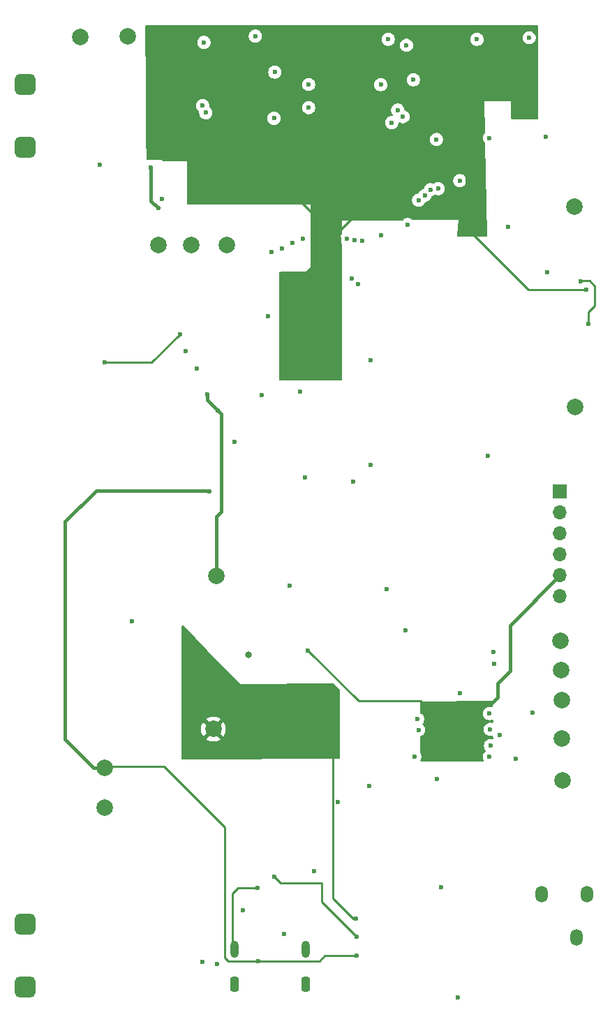
<source format=gbr>
%TF.GenerationSoftware,KiCad,Pcbnew,9.0.0*%
%TF.CreationDate,2025-07-21T23:18:41-04:00*%
%TF.ProjectId,Radiation3,52616469-6174-4696-9f6e-332e6b696361,rev?*%
%TF.SameCoordinates,Original*%
%TF.FileFunction,Copper,L3,Inr*%
%TF.FilePolarity,Positive*%
%FSLAX46Y46*%
G04 Gerber Fmt 4.6, Leading zero omitted, Abs format (unit mm)*
G04 Created by KiCad (PCBNEW 9.0.0) date 2025-07-21 23:18:41*
%MOMM*%
%LPD*%
G01*
G04 APERTURE LIST*
G04 Aperture macros list*
%AMRoundRect*
0 Rectangle with rounded corners*
0 $1 Rounding radius*
0 $2 $3 $4 $5 $6 $7 $8 $9 X,Y pos of 4 corners*
0 Add a 4 corners polygon primitive as box body*
4,1,4,$2,$3,$4,$5,$6,$7,$8,$9,$2,$3,0*
0 Add four circle primitives for the rounded corners*
1,1,$1+$1,$2,$3*
1,1,$1+$1,$4,$5*
1,1,$1+$1,$6,$7*
1,1,$1+$1,$8,$9*
0 Add four rect primitives between the rounded corners*
20,1,$1+$1,$2,$3,$4,$5,0*
20,1,$1+$1,$4,$5,$6,$7,0*
20,1,$1+$1,$6,$7,$8,$9,0*
20,1,$1+$1,$8,$9,$2,$3,0*%
G04 Aperture macros list end*
%TA.AperFunction,ComponentPad*%
%ADD10C,2.000000*%
%TD*%
%TA.AperFunction,ComponentPad*%
%ADD11RoundRect,0.635000X-0.635000X-0.635000X0.635000X-0.635000X0.635000X0.635000X-0.635000X0.635000X0*%
%TD*%
%TA.AperFunction,ComponentPad*%
%ADD12RoundRect,0.635000X0.635000X0.635000X-0.635000X0.635000X-0.635000X-0.635000X0.635000X-0.635000X0*%
%TD*%
%TA.AperFunction,ComponentPad*%
%ADD13O,1.498600X2.006600*%
%TD*%
%TA.AperFunction,ComponentPad*%
%ADD14O,1.000000X2.100000*%
%TD*%
%TA.AperFunction,ComponentPad*%
%ADD15RoundRect,0.250000X-0.250000X-0.650000X0.250000X-0.650000X0.250000X0.650000X-0.250000X0.650000X0*%
%TD*%
%TA.AperFunction,ComponentPad*%
%ADD16R,1.700000X1.700000*%
%TD*%
%TA.AperFunction,ComponentPad*%
%ADD17O,1.700000X1.700000*%
%TD*%
%TA.AperFunction,ViaPad*%
%ADD18C,0.600000*%
%TD*%
%TA.AperFunction,ViaPad*%
%ADD19C,0.800000*%
%TD*%
%TA.AperFunction,ViaPad*%
%ADD20C,0.700000*%
%TD*%
%TA.AperFunction,Conductor*%
%ADD21C,0.254000*%
%TD*%
%TA.AperFunction,Conductor*%
%ADD22C,0.400000*%
%TD*%
%TA.AperFunction,Conductor*%
%ADD23C,0.600000*%
%TD*%
G04 APERTURE END LIST*
D10*
%TO.N,/Audio3/OUTL*%
%TO.C,OUTL1*%
X105925000Y-159450000D03*
%TD*%
%TO.N,GND*%
%TO.C,GND1*%
X50400000Y-162675000D03*
%TD*%
%TO.N,+5V*%
%TO.C,5V1*%
X63550000Y-153175000D03*
%TD*%
D11*
%TO.N,/Power3/ANODE*%
%TO.C,F1*%
X40700000Y-184477500D03*
X40700000Y-176857500D03*
D12*
%TO.N,/Power3/CATHODE*%
X40695000Y-82582500D03*
X40695000Y-74962500D03*
%TD*%
D10*
%TO.N,/I2S_LRCK*%
%TO.C,LRCK1*%
X105700000Y-146075000D03*
%TD*%
%TO.N,Net-(Q1-D)*%
%TO.C,DRAIN1*%
X65150000Y-94500000D03*
%TD*%
D13*
%TO.N,AGND*%
%TO.C,J2*%
X107600000Y-178490435D03*
%TO.N,/Audio3/OUTL*%
X103349818Y-173190433D03*
%TO.N,/Audio3/OUTR*%
X108849817Y-173190433D03*
%TD*%
D10*
%TO.N,VBUS*%
%TO.C,VBUS1*%
X50400000Y-157850000D03*
%TD*%
%TO.N,/Audio3/OUTR*%
%TO.C,OUTR1*%
X105825000Y-154350000D03*
%TD*%
%TO.N,/Power3/CATHODE*%
%TO.C,HIV-1*%
X47425000Y-69250000D03*
%TD*%
%TO.N,/I2S_DOUT*%
%TO.C,DOUT1*%
X105650000Y-142500000D03*
%TD*%
%TO.N,GND*%
%TO.C,GND3*%
X107450000Y-114125000D03*
%TD*%
%TO.N,/I2S_BCK*%
%TO.C,BCK1*%
X105800000Y-149675000D03*
%TD*%
%TO.N,Net-(D1-A)*%
%TO.C,STG1*%
X60900000Y-94500000D03*
%TD*%
%TO.N,+3.3V*%
%TO.C,+3.3V1*%
X63900000Y-134625000D03*
%TD*%
D14*
%TO.N,/MCU3/SHELL_GND*%
%TO.C,J1*%
X66080000Y-179920000D03*
X74720000Y-179920000D03*
D15*
X66080000Y-184100000D03*
X74720000Y-184100000D03*
%TD*%
D10*
%TO.N,Net-(Q1-G)*%
%TO.C,PWM1*%
X53175000Y-69150000D03*
%TD*%
%TO.N,GND*%
%TO.C,GND2*%
X107300000Y-89800000D03*
%TD*%
D16*
%TO.N,/CS*%
%TO.C,J4*%
X105600000Y-124380000D03*
D17*
%TO.N,/MOSI*%
X105600000Y-126920000D03*
%TO.N,/MISO*%
X105600000Y-129460000D03*
%TO.N,/SCK*%
X105600000Y-132000000D03*
%TO.N,+3.3V*%
X105600000Y-134540000D03*
%TO.N,GND*%
X105600000Y-137080000D03*
%TD*%
D10*
%TO.N,Net-(D1-K)*%
%TO.C,HIV+1*%
X56900000Y-94500000D03*
%TD*%
D18*
%TO.N,GND*%
X62187500Y-181387500D03*
D19*
X67800000Y-144175000D03*
D18*
X74650000Y-122675000D03*
X93200000Y-185700000D03*
X91200000Y-172325000D03*
X101850000Y-69325000D03*
X84525000Y-136250000D03*
X75100000Y-77800000D03*
X61575000Y-109450000D03*
X49775000Y-84750000D03*
X72773100Y-135776900D03*
X70900000Y-79100000D03*
X75100000Y-75000000D03*
X103850000Y-81350000D03*
X75800000Y-170450000D03*
X84750000Y-69525000D03*
X69375000Y-112700000D03*
X62400000Y-69900000D03*
X97050000Y-81475000D03*
X57325000Y-88875000D03*
X67087500Y-175150000D03*
X71000000Y-73500000D03*
X80650000Y-93850000D03*
X104075000Y-97750000D03*
X99262500Y-92287500D03*
X70200000Y-103100000D03*
X95525000Y-69525000D03*
X66150000Y-118325000D03*
%TO.N,+5V*%
X80875000Y-176200000D03*
X74800000Y-150900000D03*
X61725000Y-145475000D03*
X76362500Y-149337500D03*
%TO.N,Net-(Q1-D)*%
X53700000Y-140075000D03*
%TO.N,/MCU3/SHELL_GND*%
X68912500Y-172462500D03*
%TO.N,/Audio3/OUTL*%
X93425000Y-148825000D03*
%TO.N,Net-(Q1-G)*%
X87800000Y-74425000D03*
%TO.N,/MOSI*%
X71895000Y-94900000D03*
%TO.N,/I2S_LRCK*%
X98250000Y-153900000D03*
%TO.N,/I2S_DOUT*%
X100225000Y-156825000D03*
%TO.N,/I2S_BCK*%
X97162500Y-155212500D03*
%TO.N,/MUTE*%
X80300000Y-98525000D03*
X97550000Y-143800000D03*
%TO.N,Net-(C3-Pad2)*%
X50350000Y-108700000D03*
X59475000Y-105275000D03*
%TO.N,/MISO*%
X74435000Y-93675000D03*
%TO.N,/CS*%
X78675000Y-162075000D03*
X70625000Y-95300000D03*
X96825000Y-120000000D03*
X82450000Y-160075000D03*
%TO.N,/EN*%
X86975000Y-70250000D03*
X68637500Y-69137500D03*
%TO.N,/GPIO40*%
X89875000Y-87750000D03*
X85900000Y-78100000D03*
%TO.N,/GPIO38*%
X85175000Y-79625000D03*
X88450000Y-89025000D03*
%TO.N,/GPIO39*%
X89200000Y-88450000D03*
X86550000Y-78900000D03*
%TO.N,/GPIO42*%
X83850000Y-75030000D03*
X83850000Y-93250000D03*
%TO.N,/GPIO16*%
X82625000Y-108425000D03*
X62625000Y-78425000D03*
X81125000Y-99250000D03*
X79700000Y-93725000D03*
%TO.N,/SCK*%
X109025000Y-104050000D03*
X73165000Y-94200000D03*
X108085000Y-98840000D03*
%TO.N,Net-(U5-VNEG)*%
X88425000Y-153275000D03*
X90675000Y-159200000D03*
%TO.N,Net-(J1-CC2)*%
X64000000Y-181675000D03*
X72150000Y-178075000D03*
%TO.N,+3.3V*%
X56800000Y-83500000D03*
X70975000Y-171075000D03*
X94300000Y-92300000D03*
X62700000Y-71000000D03*
X101400000Y-78550000D03*
X64075000Y-114550000D03*
X92625000Y-155225000D03*
X80925000Y-178400000D03*
X95300000Y-76675000D03*
X97100000Y-150250000D03*
X62800000Y-112625000D03*
D20*
X73300000Y-99475000D03*
D18*
X89000000Y-150125000D03*
X108775000Y-99925000D03*
D20*
X78700000Y-93675000D03*
D18*
X75025000Y-143675000D03*
%TO.N,/GPIO0*%
X93425000Y-86650000D03*
X87125000Y-92000000D03*
%TO.N,VBUS*%
X63066400Y-124333600D03*
X80900000Y-180700000D03*
X55950000Y-85050000D03*
X56850000Y-90025000D03*
X69000000Y-181300000D03*
%TO.N,AGND*%
X97125000Y-153225000D03*
X87975000Y-156525000D03*
X97050000Y-151300000D03*
X97637500Y-145237500D03*
X88325000Y-151975000D03*
X86875000Y-141175000D03*
X97025000Y-156525000D03*
X102250000Y-151225000D03*
%TO.N,/BLINK*%
X80525000Y-123175000D03*
X90800000Y-87625000D03*
X90600000Y-81675000D03*
X82600000Y-121175000D03*
%TO.N,/RAD_IN*%
X60175000Y-107300000D03*
X74100000Y-112225000D03*
%TO.N,/RAD_IN2*%
X62250000Y-77575000D03*
X81600000Y-93975000D03*
%TD*%
D21*
%TO.N,+5V*%
X78025000Y-173725000D02*
X80500000Y-176200000D01*
X78025000Y-154125000D02*
X78025000Y-173725000D01*
X80500000Y-176200000D02*
X80875000Y-176200000D01*
X74800000Y-150900000D02*
X78025000Y-154125000D01*
%TO.N,/MCU3/SHELL_GND*%
X65825000Y-173137500D02*
X66500000Y-172462500D01*
X66500000Y-172462500D02*
X68912500Y-172462500D01*
X65825000Y-179665000D02*
X65825000Y-173137500D01*
X66080000Y-179920000D02*
X65825000Y-179665000D01*
%TO.N,Net-(C3-Pad2)*%
X50350000Y-108700000D02*
X56050000Y-108700000D01*
X56050000Y-108700000D02*
X59475000Y-105275000D01*
%TO.N,/SCK*%
X109025000Y-102600000D02*
X109025000Y-104050000D01*
X108100000Y-98825000D02*
X109175000Y-98825000D01*
X109825000Y-99475000D02*
X109825000Y-101800000D01*
X109175000Y-98825000D02*
X109825000Y-99475000D01*
X109825000Y-101800000D02*
X109025000Y-102600000D01*
X108085000Y-98840000D02*
X108100000Y-98825000D01*
D22*
%TO.N,+3.3V*%
X63900000Y-127400000D02*
X64475000Y-126825000D01*
X63900000Y-134625000D02*
X63900000Y-127400000D01*
D21*
X76675000Y-171825000D02*
X71725000Y-171825000D01*
D22*
X99550000Y-146100000D02*
X98025000Y-147625000D01*
D21*
X94300000Y-92450000D02*
X101775000Y-99925000D01*
X73375000Y-88425000D02*
X64875000Y-88425000D01*
X94300000Y-92100000D02*
X94225000Y-92025000D01*
X76675000Y-174150000D02*
X76675000Y-171825000D01*
X57450000Y-84150000D02*
X56800000Y-83500000D01*
X78625000Y-93675000D02*
X73375000Y-88425000D01*
X95300000Y-76675000D02*
X99525000Y-76675000D01*
X71725000Y-171825000D02*
X70975000Y-171075000D01*
X94225000Y-90900000D02*
X94225000Y-77750000D01*
D22*
X98025000Y-147625000D02*
X98025000Y-149325000D01*
D21*
X64875000Y-88425000D02*
X60600000Y-84150000D01*
X60900000Y-72800000D02*
X60900000Y-77800000D01*
X62700000Y-71000000D02*
X60900000Y-72800000D01*
X78700000Y-92875000D02*
X80675000Y-90900000D01*
X99525000Y-76675000D02*
X101400000Y-78550000D01*
D22*
X62800000Y-113250000D02*
X64075000Y-114525000D01*
X98025000Y-149325000D02*
X97100000Y-150250000D01*
D21*
X94225000Y-77750000D02*
X95300000Y-76675000D01*
X78700000Y-93675000D02*
X78625000Y-93675000D01*
X88675000Y-149800000D02*
X81150000Y-149800000D01*
X94300000Y-92300000D02*
X94300000Y-92450000D01*
D23*
X78700000Y-93675000D02*
X78700000Y-94075000D01*
D21*
X81150000Y-149800000D02*
X75025000Y-143675000D01*
X60600000Y-84150000D02*
X57450000Y-84150000D01*
X80925000Y-178400000D02*
X76675000Y-174150000D01*
D22*
X64075000Y-114525000D02*
X64075000Y-114550000D01*
D21*
X80675000Y-90900000D02*
X94225000Y-90900000D01*
X101775000Y-99925000D02*
X108775000Y-99925000D01*
X78700000Y-93675000D02*
X78700000Y-92875000D01*
D22*
X105600000Y-134540000D02*
X99550000Y-140590000D01*
D21*
X56800000Y-81900000D02*
X56800000Y-83500000D01*
D22*
X64475000Y-126825000D02*
X64475000Y-114950000D01*
D21*
X60900000Y-77800000D02*
X56800000Y-81900000D01*
D22*
X62800000Y-112625000D02*
X62800000Y-113250000D01*
D23*
X78700000Y-94075000D02*
X73300000Y-99475000D01*
D22*
X99550000Y-140590000D02*
X99550000Y-146100000D01*
X64475000Y-114950000D02*
X64075000Y-114550000D01*
D21*
X94300000Y-92300000D02*
X94300000Y-92100000D01*
X94225000Y-92025000D02*
X94225000Y-90900000D01*
X89000000Y-150125000D02*
X88675000Y-149800000D01*
%TO.N,VBUS*%
X69000000Y-181300000D02*
X65325000Y-181300000D01*
D22*
X63007800Y-124275000D02*
X63066400Y-124333600D01*
D21*
X77025000Y-180700000D02*
X80900000Y-180700000D01*
D22*
X49025000Y-157850000D02*
X45575000Y-154400000D01*
X55950000Y-89125000D02*
X56850000Y-90025000D01*
D21*
X69000000Y-181300000D02*
X76425000Y-181300000D01*
D22*
X50400000Y-157850000D02*
X49025000Y-157850000D01*
D21*
X76425000Y-181300000D02*
X77025000Y-180700000D01*
X64925000Y-165075000D02*
X57550000Y-157700000D01*
D22*
X55950000Y-85050000D02*
X55950000Y-89125000D01*
X49325000Y-124275000D02*
X63007800Y-124275000D01*
D21*
X50550000Y-157700000D02*
X50400000Y-157850000D01*
D22*
X45575000Y-154400000D02*
X45575000Y-128025000D01*
D21*
X64925000Y-180900000D02*
X64925000Y-165075000D01*
X57550000Y-157700000D02*
X50550000Y-157700000D01*
D22*
X45575000Y-128025000D02*
X49325000Y-124275000D01*
D21*
X65325000Y-181300000D02*
X64925000Y-180900000D01*
%TD*%
%TA.AperFunction,Conductor*%
%TO.N,+5V*%
G36*
X59880473Y-140636949D02*
G01*
X59888285Y-140644315D01*
X62811125Y-143649778D01*
X66750000Y-147700000D01*
X78063956Y-147653248D01*
X78131073Y-147672654D01*
X78152146Y-147689565D01*
X78819323Y-148356742D01*
X78852808Y-148418065D01*
X78855639Y-148443542D01*
X78914147Y-156675353D01*
X78894939Y-156742530D01*
X78842462Y-156788659D01*
X78790638Y-156800233D01*
X59820346Y-156874824D01*
X59753229Y-156855403D01*
X59707267Y-156802780D01*
X59695858Y-156750983D01*
X59695847Y-156742530D01*
X59691138Y-153056947D01*
X62050000Y-153056947D01*
X62050000Y-153293052D01*
X62086934Y-153526247D01*
X62159897Y-153750802D01*
X62267087Y-153961174D01*
X62327338Y-154044104D01*
X62327340Y-154044105D01*
X63067037Y-153304408D01*
X63084075Y-153367993D01*
X63149901Y-153482007D01*
X63242993Y-153575099D01*
X63357007Y-153640925D01*
X63420590Y-153657962D01*
X62680893Y-154397658D01*
X62763828Y-154457914D01*
X62974197Y-154565102D01*
X63198752Y-154638065D01*
X63198751Y-154638065D01*
X63431948Y-154675000D01*
X63668052Y-154675000D01*
X63901247Y-154638065D01*
X64125802Y-154565102D01*
X64336163Y-154457918D01*
X64336169Y-154457914D01*
X64419104Y-154397658D01*
X64419105Y-154397658D01*
X63679408Y-153657962D01*
X63742993Y-153640925D01*
X63857007Y-153575099D01*
X63950099Y-153482007D01*
X64015925Y-153367993D01*
X64032962Y-153304409D01*
X64772658Y-154044105D01*
X64772658Y-154044104D01*
X64832914Y-153961169D01*
X64832918Y-153961163D01*
X64940102Y-153750802D01*
X65013065Y-153526247D01*
X65050000Y-153293052D01*
X65050000Y-153056947D01*
X65013065Y-152823752D01*
X64940102Y-152599197D01*
X64832914Y-152388828D01*
X64772658Y-152305894D01*
X64772658Y-152305893D01*
X64032962Y-153045590D01*
X64015925Y-152982007D01*
X63950099Y-152867993D01*
X63857007Y-152774901D01*
X63742993Y-152709075D01*
X63679409Y-152692037D01*
X64419105Y-151952340D01*
X64419104Y-151952338D01*
X64336174Y-151892087D01*
X64125802Y-151784897D01*
X63901247Y-151711934D01*
X63901248Y-151711934D01*
X63668052Y-151675000D01*
X63431948Y-151675000D01*
X63198752Y-151711934D01*
X62974197Y-151784897D01*
X62763830Y-151892084D01*
X62680894Y-151952340D01*
X63420591Y-152692037D01*
X63357007Y-152709075D01*
X63242993Y-152774901D01*
X63149901Y-152867993D01*
X63084075Y-152982007D01*
X63067037Y-153045591D01*
X62327340Y-152305894D01*
X62267084Y-152388830D01*
X62159897Y-152599197D01*
X62086934Y-152823752D01*
X62050000Y-153056947D01*
X59691138Y-153056947D01*
X59675390Y-140730921D01*
X59694989Y-140663860D01*
X59747734Y-140618038D01*
X59816880Y-140608006D01*
X59880473Y-140636949D01*
G37*
%TD.AperFunction*%
%TD*%
%TA.AperFunction,Conductor*%
%TO.N,+3.3V*%
G36*
X102868039Y-67820185D02*
G01*
X102913794Y-67872989D01*
X102925000Y-67924500D01*
X102925000Y-79077893D01*
X102905315Y-79144932D01*
X102852511Y-79190687D01*
X102802907Y-79201878D01*
X99798205Y-79248104D01*
X99730871Y-79229453D01*
X99684309Y-79177359D01*
X99672327Y-79126808D01*
X99672064Y-79114707D01*
X99627273Y-77050000D01*
X96385737Y-77050000D01*
X96476360Y-80862217D01*
X96458274Y-80929705D01*
X96440079Y-80952843D01*
X96428208Y-80964714D01*
X96340609Y-81095814D01*
X96340602Y-81095827D01*
X96280264Y-81241498D01*
X96280261Y-81241510D01*
X96249500Y-81396153D01*
X96249500Y-81553846D01*
X96280261Y-81708489D01*
X96280264Y-81708501D01*
X96340602Y-81854172D01*
X96340609Y-81854185D01*
X96428210Y-81985288D01*
X96428213Y-81985292D01*
X96469775Y-82026854D01*
X96503260Y-82088177D01*
X96506059Y-82111588D01*
X96772002Y-93298919D01*
X96753916Y-93366407D01*
X96702214Y-93413404D01*
X96648886Y-93425863D01*
X93261107Y-93449067D01*
X93193935Y-93429842D01*
X93147819Y-93377353D01*
X93136718Y-93314397D01*
X93300000Y-91425000D01*
X93299998Y-91425000D01*
X93299999Y-91424999D01*
X87771698Y-91462416D01*
X87704527Y-91443186D01*
X87683177Y-91426099D01*
X87635292Y-91378213D01*
X87635288Y-91378210D01*
X87504185Y-91290609D01*
X87504172Y-91290602D01*
X87358501Y-91230264D01*
X87358489Y-91230261D01*
X87203845Y-91199500D01*
X87203842Y-91199500D01*
X87046158Y-91199500D01*
X87046155Y-91199500D01*
X86891510Y-91230261D01*
X86891498Y-91230264D01*
X86745827Y-91290602D01*
X86745814Y-91290609D01*
X86614714Y-91378208D01*
X86558017Y-91434904D01*
X86496693Y-91468388D01*
X86471176Y-91471218D01*
X79175000Y-91520601D01*
X79175000Y-93066559D01*
X79155315Y-93133598D01*
X79138681Y-93154240D01*
X79078213Y-93214707D01*
X79078210Y-93214711D01*
X78990609Y-93345814D01*
X78990602Y-93345827D01*
X78930264Y-93491498D01*
X78930261Y-93491510D01*
X78899500Y-93646153D01*
X78899500Y-93803846D01*
X78930261Y-93958489D01*
X78930264Y-93958501D01*
X78990602Y-94104172D01*
X78990609Y-94104185D01*
X79078209Y-94235287D01*
X79078210Y-94235288D01*
X79078211Y-94235289D01*
X79138682Y-94295760D01*
X79172166Y-94357081D01*
X79175000Y-94383440D01*
X79175000Y-110776000D01*
X79155315Y-110843039D01*
X79102511Y-110888794D01*
X79051000Y-110900000D01*
X71674000Y-110900000D01*
X71606961Y-110880315D01*
X71561206Y-110827511D01*
X71550000Y-110776000D01*
X71550000Y-97849000D01*
X71569685Y-97781961D01*
X71622489Y-97736206D01*
X71674000Y-97725000D01*
X75300000Y-97725000D01*
X75300000Y-89575000D01*
X60498435Y-89575000D01*
X60431396Y-89555315D01*
X60385641Y-89502511D01*
X60374436Y-89451566D01*
X60373604Y-89269425D01*
X60372128Y-88946153D01*
X87649500Y-88946153D01*
X87649500Y-89103846D01*
X87680261Y-89258489D01*
X87680264Y-89258501D01*
X87740602Y-89404172D01*
X87740609Y-89404185D01*
X87828210Y-89535288D01*
X87828213Y-89535292D01*
X87939707Y-89646786D01*
X87939711Y-89646789D01*
X88070814Y-89734390D01*
X88070827Y-89734397D01*
X88208695Y-89791503D01*
X88216503Y-89794737D01*
X88371153Y-89825499D01*
X88371156Y-89825500D01*
X88371158Y-89825500D01*
X88528844Y-89825500D01*
X88528845Y-89825499D01*
X88683497Y-89794737D01*
X88829179Y-89734394D01*
X88960289Y-89646789D01*
X89071789Y-89535289D01*
X89159394Y-89404179D01*
X89159397Y-89404172D01*
X89192676Y-89323829D01*
X89236516Y-89269425D01*
X89283046Y-89249664D01*
X89325601Y-89241198D01*
X89433497Y-89219737D01*
X89579179Y-89159394D01*
X89710289Y-89071789D01*
X89821789Y-88960289D01*
X89909394Y-88829179D01*
X89969737Y-88683497D01*
X89981772Y-88622989D01*
X90014156Y-88561081D01*
X90074871Y-88526506D01*
X90079173Y-88525569D01*
X90108497Y-88519737D01*
X90254179Y-88459394D01*
X90378327Y-88376440D01*
X90445003Y-88355563D01*
X90494665Y-88364981D01*
X90566503Y-88394737D01*
X90721153Y-88425499D01*
X90721156Y-88425500D01*
X90721158Y-88425500D01*
X90878844Y-88425500D01*
X90878845Y-88425499D01*
X91033497Y-88394737D01*
X91179179Y-88334394D01*
X91310289Y-88246789D01*
X91421789Y-88135289D01*
X91509394Y-88004179D01*
X91569737Y-87858497D01*
X91600500Y-87703842D01*
X91600500Y-87546158D01*
X91600500Y-87546155D01*
X91600499Y-87546153D01*
X91575353Y-87419737D01*
X91569737Y-87391503D01*
X91561170Y-87370821D01*
X91509397Y-87245827D01*
X91509390Y-87245814D01*
X91421789Y-87114711D01*
X91421786Y-87114707D01*
X91310292Y-87003213D01*
X91310288Y-87003210D01*
X91179185Y-86915609D01*
X91179172Y-86915602D01*
X91033501Y-86855264D01*
X91033489Y-86855261D01*
X90878845Y-86824500D01*
X90878842Y-86824500D01*
X90721158Y-86824500D01*
X90721155Y-86824500D01*
X90566510Y-86855261D01*
X90566498Y-86855264D01*
X90420827Y-86915602D01*
X90420814Y-86915609D01*
X90296674Y-86998558D01*
X90229996Y-87019436D01*
X90180331Y-87010017D01*
X90108498Y-86980263D01*
X90108488Y-86980260D01*
X89953845Y-86949500D01*
X89953842Y-86949500D01*
X89796158Y-86949500D01*
X89796155Y-86949500D01*
X89641510Y-86980261D01*
X89641498Y-86980264D01*
X89495827Y-87040602D01*
X89495814Y-87040609D01*
X89364711Y-87128210D01*
X89364707Y-87128213D01*
X89253213Y-87239707D01*
X89253210Y-87239711D01*
X89165609Y-87370814D01*
X89165602Y-87370827D01*
X89105264Y-87516498D01*
X89105261Y-87516508D01*
X89093227Y-87577009D01*
X89060842Y-87638920D01*
X89000126Y-87673494D01*
X88995804Y-87674434D01*
X88966505Y-87680262D01*
X88966498Y-87680264D01*
X88820827Y-87740602D01*
X88820814Y-87740609D01*
X88689711Y-87828210D01*
X88689707Y-87828213D01*
X88578213Y-87939707D01*
X88578210Y-87939711D01*
X88490609Y-88070814D01*
X88490606Y-88070820D01*
X88457323Y-88151172D01*
X88413481Y-88205575D01*
X88366954Y-88225335D01*
X88216508Y-88255261D01*
X88216498Y-88255264D01*
X88070827Y-88315602D01*
X88070814Y-88315609D01*
X87939711Y-88403210D01*
X87939707Y-88403213D01*
X87828213Y-88514707D01*
X87828210Y-88514711D01*
X87740609Y-88645814D01*
X87740602Y-88645827D01*
X87680264Y-88791498D01*
X87680261Y-88791510D01*
X87649500Y-88946153D01*
X60372128Y-88946153D01*
X60361284Y-86571153D01*
X92624500Y-86571153D01*
X92624500Y-86728846D01*
X92655261Y-86883489D01*
X92655264Y-86883501D01*
X92715602Y-87029172D01*
X92715609Y-87029185D01*
X92803210Y-87160288D01*
X92803213Y-87160292D01*
X92914707Y-87271786D01*
X92914711Y-87271789D01*
X93045814Y-87359390D01*
X93045827Y-87359397D01*
X93123356Y-87391510D01*
X93191503Y-87419737D01*
X93346153Y-87450499D01*
X93346156Y-87450500D01*
X93346158Y-87450500D01*
X93503844Y-87450500D01*
X93503845Y-87450499D01*
X93658497Y-87419737D01*
X93776592Y-87370821D01*
X93804172Y-87359397D01*
X93804172Y-87359396D01*
X93804179Y-87359394D01*
X93935289Y-87271789D01*
X94046789Y-87160289D01*
X94134394Y-87029179D01*
X94194737Y-86883497D01*
X94225500Y-86728842D01*
X94225500Y-86571158D01*
X94225500Y-86571155D01*
X94225499Y-86571153D01*
X94194738Y-86416510D01*
X94194737Y-86416503D01*
X94194735Y-86416498D01*
X94134397Y-86270827D01*
X94134390Y-86270814D01*
X94046789Y-86139711D01*
X94046786Y-86139707D01*
X93935292Y-86028213D01*
X93935288Y-86028210D01*
X93804185Y-85940609D01*
X93804172Y-85940602D01*
X93658501Y-85880264D01*
X93658489Y-85880261D01*
X93503845Y-85849500D01*
X93503842Y-85849500D01*
X93346158Y-85849500D01*
X93346155Y-85849500D01*
X93191510Y-85880261D01*
X93191498Y-85880264D01*
X93045827Y-85940602D01*
X93045814Y-85940609D01*
X92914711Y-86028210D01*
X92914707Y-86028213D01*
X92803213Y-86139707D01*
X92803210Y-86139711D01*
X92715609Y-86270814D01*
X92715602Y-86270827D01*
X92655264Y-86416498D01*
X92655261Y-86416510D01*
X92624500Y-86571153D01*
X60361284Y-86571153D01*
X60350000Y-84100000D01*
X60349999Y-84100000D01*
X60349999Y-84099999D01*
X55523691Y-84124375D01*
X55456553Y-84105030D01*
X55410532Y-84052457D01*
X55399070Y-84001313D01*
X55380986Y-81596153D01*
X89799500Y-81596153D01*
X89799500Y-81753846D01*
X89830261Y-81908489D01*
X89830264Y-81908501D01*
X89890602Y-82054172D01*
X89890609Y-82054185D01*
X89978210Y-82185288D01*
X89978213Y-82185292D01*
X90089707Y-82296786D01*
X90089711Y-82296789D01*
X90220814Y-82384390D01*
X90220827Y-82384397D01*
X90366498Y-82444735D01*
X90366503Y-82444737D01*
X90521153Y-82475499D01*
X90521156Y-82475500D01*
X90521158Y-82475500D01*
X90678844Y-82475500D01*
X90678845Y-82475499D01*
X90833497Y-82444737D01*
X90979179Y-82384394D01*
X91110289Y-82296789D01*
X91221789Y-82185289D01*
X91309394Y-82054179D01*
X91369737Y-81908497D01*
X91400500Y-81753842D01*
X91400500Y-81596158D01*
X91400500Y-81596155D01*
X91400499Y-81596153D01*
X91369737Y-81441503D01*
X91350953Y-81396153D01*
X91309397Y-81295827D01*
X91309390Y-81295814D01*
X91221789Y-81164711D01*
X91221786Y-81164707D01*
X91110292Y-81053213D01*
X91110288Y-81053210D01*
X90979185Y-80965609D01*
X90979172Y-80965602D01*
X90833501Y-80905264D01*
X90833489Y-80905261D01*
X90678845Y-80874500D01*
X90678842Y-80874500D01*
X90521158Y-80874500D01*
X90521155Y-80874500D01*
X90366510Y-80905261D01*
X90366498Y-80905264D01*
X90220827Y-80965602D01*
X90220814Y-80965609D01*
X90089711Y-81053210D01*
X90089707Y-81053213D01*
X89978213Y-81164707D01*
X89978210Y-81164711D01*
X89890609Y-81295814D01*
X89890602Y-81295827D01*
X89830264Y-81441498D01*
X89830261Y-81441510D01*
X89799500Y-81596153D01*
X55380986Y-81596153D01*
X55350159Y-77496153D01*
X61449500Y-77496153D01*
X61449500Y-77653846D01*
X61480261Y-77808489D01*
X61480264Y-77808501D01*
X61540602Y-77954172D01*
X61540609Y-77954185D01*
X61628210Y-78085288D01*
X61628213Y-78085292D01*
X61739707Y-78196786D01*
X61739711Y-78196789D01*
X61771887Y-78218289D01*
X61816692Y-78271902D01*
X61825399Y-78341227D01*
X61824617Y-78345563D01*
X61824501Y-78346146D01*
X61824500Y-78346157D01*
X61824500Y-78503846D01*
X61855261Y-78658489D01*
X61855264Y-78658501D01*
X61915602Y-78804172D01*
X61915609Y-78804185D01*
X62003210Y-78935288D01*
X62003213Y-78935292D01*
X62114707Y-79046786D01*
X62114711Y-79046789D01*
X62245814Y-79134390D01*
X62245827Y-79134397D01*
X62353138Y-79178846D01*
X62391503Y-79194737D01*
X62546153Y-79225499D01*
X62546156Y-79225500D01*
X62546158Y-79225500D01*
X62703844Y-79225500D01*
X62703845Y-79225499D01*
X62858497Y-79194737D01*
X63004179Y-79134394D01*
X63135289Y-79046789D01*
X63160925Y-79021153D01*
X70099500Y-79021153D01*
X70099500Y-79178846D01*
X70130261Y-79333489D01*
X70130264Y-79333501D01*
X70190602Y-79479172D01*
X70190609Y-79479185D01*
X70278210Y-79610288D01*
X70278213Y-79610292D01*
X70389707Y-79721786D01*
X70389711Y-79721789D01*
X70520814Y-79809390D01*
X70520827Y-79809397D01*
X70666498Y-79869735D01*
X70666503Y-79869737D01*
X70821153Y-79900499D01*
X70821156Y-79900500D01*
X70821158Y-79900500D01*
X70978844Y-79900500D01*
X70978845Y-79900499D01*
X71133497Y-79869737D01*
X71279179Y-79809394D01*
X71410289Y-79721789D01*
X71521789Y-79610289D01*
X71564643Y-79546153D01*
X84374500Y-79546153D01*
X84374500Y-79703846D01*
X84405261Y-79858489D01*
X84405264Y-79858501D01*
X84465602Y-80004172D01*
X84465609Y-80004185D01*
X84553210Y-80135288D01*
X84553213Y-80135292D01*
X84664707Y-80246786D01*
X84664711Y-80246789D01*
X84795814Y-80334390D01*
X84795827Y-80334397D01*
X84941498Y-80394735D01*
X84941503Y-80394737D01*
X85096153Y-80425499D01*
X85096156Y-80425500D01*
X85096158Y-80425500D01*
X85253844Y-80425500D01*
X85253845Y-80425499D01*
X85408497Y-80394737D01*
X85554179Y-80334394D01*
X85685289Y-80246789D01*
X85796789Y-80135289D01*
X85884394Y-80004179D01*
X85944737Y-79858497D01*
X85971931Y-79721786D01*
X85975500Y-79703844D01*
X85976010Y-79698666D01*
X86002168Y-79633877D01*
X86059201Y-79593516D01*
X86129001Y-79590397D01*
X86168302Y-79607712D01*
X86170811Y-79609388D01*
X86170815Y-79609390D01*
X86170821Y-79609394D01*
X86170823Y-79609395D01*
X86170827Y-79609397D01*
X86316498Y-79669735D01*
X86316503Y-79669737D01*
X86461938Y-79698666D01*
X86471153Y-79700499D01*
X86471156Y-79700500D01*
X86471158Y-79700500D01*
X86628844Y-79700500D01*
X86628845Y-79700499D01*
X86783497Y-79669737D01*
X86929179Y-79609394D01*
X87060289Y-79521789D01*
X87171789Y-79410289D01*
X87259394Y-79279179D01*
X87319737Y-79133497D01*
X87350500Y-78978842D01*
X87350500Y-78821158D01*
X87350500Y-78821155D01*
X87350499Y-78821153D01*
X87330543Y-78720827D01*
X87319737Y-78666503D01*
X87319735Y-78666498D01*
X87259397Y-78520827D01*
X87259390Y-78520814D01*
X87171789Y-78389711D01*
X87171786Y-78389707D01*
X87060292Y-78278213D01*
X87060288Y-78278210D01*
X86929185Y-78190609D01*
X86929172Y-78190602D01*
X86777870Y-78127932D01*
X86778858Y-78125545D01*
X86729826Y-78093374D01*
X86701403Y-78029547D01*
X86700898Y-78025206D01*
X86700500Y-78021167D01*
X86700500Y-78021158D01*
X86669737Y-77866503D01*
X86645712Y-77808501D01*
X86609397Y-77720827D01*
X86609390Y-77720814D01*
X86521789Y-77589711D01*
X86521786Y-77589707D01*
X86410292Y-77478213D01*
X86410288Y-77478210D01*
X86279185Y-77390609D01*
X86279172Y-77390602D01*
X86133501Y-77330264D01*
X86133489Y-77330261D01*
X85978845Y-77299500D01*
X85978842Y-77299500D01*
X85821158Y-77299500D01*
X85821155Y-77299500D01*
X85666510Y-77330261D01*
X85666498Y-77330264D01*
X85520827Y-77390602D01*
X85520814Y-77390609D01*
X85389711Y-77478210D01*
X85389707Y-77478213D01*
X85278213Y-77589707D01*
X85278210Y-77589711D01*
X85190609Y-77720814D01*
X85190602Y-77720827D01*
X85130264Y-77866498D01*
X85130261Y-77866510D01*
X85099500Y-78021153D01*
X85099500Y-78178846D01*
X85130261Y-78333489D01*
X85130264Y-78333501D01*
X85190602Y-78479172D01*
X85190609Y-78479185D01*
X85278210Y-78610288D01*
X85278213Y-78610292D01*
X85280740Y-78612819D01*
X85281640Y-78614468D01*
X85282076Y-78614999D01*
X85281975Y-78615081D01*
X85314225Y-78674142D01*
X85309241Y-78743834D01*
X85267369Y-78799767D01*
X85201905Y-78824184D01*
X85193059Y-78824500D01*
X85096155Y-78824500D01*
X84941510Y-78855261D01*
X84941498Y-78855264D01*
X84795827Y-78915602D01*
X84795814Y-78915609D01*
X84664711Y-79003210D01*
X84664707Y-79003213D01*
X84553213Y-79114707D01*
X84553210Y-79114711D01*
X84465609Y-79245814D01*
X84465602Y-79245827D01*
X84405264Y-79391498D01*
X84405261Y-79391510D01*
X84374500Y-79546153D01*
X71564643Y-79546153D01*
X71609394Y-79479179D01*
X71669737Y-79333497D01*
X71700500Y-79178842D01*
X71700500Y-79021158D01*
X71700500Y-79021155D01*
X71700499Y-79021153D01*
X71696930Y-79003210D01*
X71669737Y-78866503D01*
X71665081Y-78855263D01*
X71609397Y-78720827D01*
X71609390Y-78720814D01*
X71521789Y-78589711D01*
X71521786Y-78589707D01*
X71410292Y-78478213D01*
X71410288Y-78478210D01*
X71279185Y-78390609D01*
X71279172Y-78390602D01*
X71133501Y-78330264D01*
X71133489Y-78330261D01*
X70978845Y-78299500D01*
X70978842Y-78299500D01*
X70821158Y-78299500D01*
X70821155Y-78299500D01*
X70666510Y-78330261D01*
X70666498Y-78330264D01*
X70520827Y-78390602D01*
X70520814Y-78390609D01*
X70389711Y-78478210D01*
X70389707Y-78478213D01*
X70278213Y-78589707D01*
X70278210Y-78589711D01*
X70190609Y-78720814D01*
X70190602Y-78720827D01*
X70130264Y-78866498D01*
X70130261Y-78866510D01*
X70099500Y-79021153D01*
X63160925Y-79021153D01*
X63246789Y-78935289D01*
X63334394Y-78804179D01*
X63336222Y-78799767D01*
X63348067Y-78771166D01*
X63394737Y-78658497D01*
X63425500Y-78503842D01*
X63425500Y-78346158D01*
X63425500Y-78346157D01*
X63425500Y-78346155D01*
X63425499Y-78346153D01*
X63395788Y-78196789D01*
X63394737Y-78191503D01*
X63394367Y-78190609D01*
X63334397Y-78045827D01*
X63334390Y-78045814D01*
X63246789Y-77914711D01*
X63246786Y-77914707D01*
X63141860Y-77809781D01*
X63141856Y-77809778D01*
X63135289Y-77803211D01*
X63101273Y-77780482D01*
X63099425Y-77779148D01*
X63079331Y-77753255D01*
X63058307Y-77728097D01*
X63058016Y-77725787D01*
X63056590Y-77723949D01*
X63056341Y-77721153D01*
X74299500Y-77721153D01*
X74299500Y-77878846D01*
X74330261Y-78033489D01*
X74330264Y-78033501D01*
X74390602Y-78179172D01*
X74390609Y-78179185D01*
X74478210Y-78310288D01*
X74478213Y-78310292D01*
X74589707Y-78421786D01*
X74589711Y-78421789D01*
X74720814Y-78509390D01*
X74720827Y-78509397D01*
X74866498Y-78569735D01*
X74866503Y-78569737D01*
X75021153Y-78600499D01*
X75021156Y-78600500D01*
X75021158Y-78600500D01*
X75178844Y-78600500D01*
X75178845Y-78600499D01*
X75333497Y-78569737D01*
X75451592Y-78520821D01*
X75479172Y-78509397D01*
X75479172Y-78509396D01*
X75479179Y-78509394D01*
X75610289Y-78421789D01*
X75721789Y-78310289D01*
X75809394Y-78179179D01*
X75869737Y-78033497D01*
X75900500Y-77878842D01*
X75900500Y-77721158D01*
X75900500Y-77721155D01*
X75900499Y-77721153D01*
X75874353Y-77589711D01*
X75869737Y-77566503D01*
X75869735Y-77566498D01*
X75809397Y-77420827D01*
X75809390Y-77420814D01*
X75721789Y-77289711D01*
X75721786Y-77289707D01*
X75610292Y-77178213D01*
X75610288Y-77178210D01*
X75479185Y-77090609D01*
X75479172Y-77090602D01*
X75333501Y-77030264D01*
X75333489Y-77030261D01*
X75178845Y-76999500D01*
X75178842Y-76999500D01*
X75021158Y-76999500D01*
X75021155Y-76999500D01*
X74866510Y-77030261D01*
X74866498Y-77030264D01*
X74720827Y-77090602D01*
X74720814Y-77090609D01*
X74589711Y-77178210D01*
X74589707Y-77178213D01*
X74478213Y-77289707D01*
X74478210Y-77289711D01*
X74390609Y-77420814D01*
X74390602Y-77420827D01*
X74330264Y-77566498D01*
X74330261Y-77566510D01*
X74299500Y-77721153D01*
X63056341Y-77721153D01*
X63053684Y-77691291D01*
X63049600Y-77658771D01*
X63050387Y-77654411D01*
X63050500Y-77653843D01*
X63050500Y-77496155D01*
X63050499Y-77496153D01*
X63046930Y-77478210D01*
X63019737Y-77341503D01*
X63015081Y-77330263D01*
X62959397Y-77195827D01*
X62959390Y-77195814D01*
X62871789Y-77064711D01*
X62871786Y-77064707D01*
X62760292Y-76953213D01*
X62760288Y-76953210D01*
X62629185Y-76865609D01*
X62629172Y-76865602D01*
X62483501Y-76805264D01*
X62483489Y-76805261D01*
X62328845Y-76774500D01*
X62328842Y-76774500D01*
X62171158Y-76774500D01*
X62171155Y-76774500D01*
X62016510Y-76805261D01*
X62016498Y-76805264D01*
X61870827Y-76865602D01*
X61870814Y-76865609D01*
X61739711Y-76953210D01*
X61739707Y-76953213D01*
X61628213Y-77064707D01*
X61628210Y-77064711D01*
X61540609Y-77195814D01*
X61540602Y-77195827D01*
X61480264Y-77341498D01*
X61480261Y-77341510D01*
X61449500Y-77496153D01*
X55350159Y-77496153D01*
X55330798Y-74921153D01*
X74299500Y-74921153D01*
X74299500Y-75078846D01*
X74330261Y-75233489D01*
X74330264Y-75233501D01*
X74390602Y-75379172D01*
X74390609Y-75379185D01*
X74478210Y-75510288D01*
X74478213Y-75510292D01*
X74589707Y-75621786D01*
X74589711Y-75621789D01*
X74720814Y-75709390D01*
X74720827Y-75709397D01*
X74866498Y-75769735D01*
X74866503Y-75769737D01*
X75017312Y-75799735D01*
X75021153Y-75800499D01*
X75021156Y-75800500D01*
X75021158Y-75800500D01*
X75178844Y-75800500D01*
X75178845Y-75800499D01*
X75333497Y-75769737D01*
X75479179Y-75709394D01*
X75610289Y-75621789D01*
X75721789Y-75510289D01*
X75809394Y-75379179D01*
X75869737Y-75233497D01*
X75900500Y-75078842D01*
X75900500Y-74951153D01*
X83049500Y-74951153D01*
X83049500Y-75108846D01*
X83080261Y-75263489D01*
X83080264Y-75263501D01*
X83140602Y-75409172D01*
X83140609Y-75409185D01*
X83228210Y-75540288D01*
X83228213Y-75540292D01*
X83339707Y-75651786D01*
X83339711Y-75651789D01*
X83470814Y-75739390D01*
X83470827Y-75739397D01*
X83544078Y-75769738D01*
X83616503Y-75799737D01*
X83771153Y-75830499D01*
X83771156Y-75830500D01*
X83771158Y-75830500D01*
X83928844Y-75830500D01*
X83928845Y-75830499D01*
X84083497Y-75799737D01*
X84229179Y-75739394D01*
X84360289Y-75651789D01*
X84471789Y-75540289D01*
X84559394Y-75409179D01*
X84619737Y-75263497D01*
X84650500Y-75108842D01*
X84650500Y-74951158D01*
X84650500Y-74951155D01*
X84650499Y-74951153D01*
X84621265Y-74804185D01*
X84619737Y-74796503D01*
X84607309Y-74766498D01*
X84559397Y-74650827D01*
X84559390Y-74650814D01*
X84471789Y-74519711D01*
X84471786Y-74519707D01*
X84360292Y-74408213D01*
X84360288Y-74408210D01*
X84267414Y-74346153D01*
X86999500Y-74346153D01*
X86999500Y-74503846D01*
X87030261Y-74658489D01*
X87030264Y-74658501D01*
X87090602Y-74804172D01*
X87090609Y-74804185D01*
X87178210Y-74935288D01*
X87178213Y-74935292D01*
X87289707Y-75046786D01*
X87289711Y-75046789D01*
X87420814Y-75134390D01*
X87420827Y-75134397D01*
X87566498Y-75194735D01*
X87566503Y-75194737D01*
X87721153Y-75225499D01*
X87721156Y-75225500D01*
X87721158Y-75225500D01*
X87878844Y-75225500D01*
X87878845Y-75225499D01*
X88033497Y-75194737D01*
X88179179Y-75134394D01*
X88310289Y-75046789D01*
X88421789Y-74935289D01*
X88509394Y-74804179D01*
X88512574Y-74796503D01*
X88569735Y-74658501D01*
X88569737Y-74658497D01*
X88600500Y-74503842D01*
X88600500Y-74346158D01*
X88600500Y-74346155D01*
X88600499Y-74346153D01*
X88595417Y-74320606D01*
X88569737Y-74191503D01*
X88540861Y-74121789D01*
X88509397Y-74045827D01*
X88509390Y-74045814D01*
X88421789Y-73914711D01*
X88421786Y-73914707D01*
X88310292Y-73803213D01*
X88310288Y-73803210D01*
X88179185Y-73715609D01*
X88179172Y-73715602D01*
X88033501Y-73655264D01*
X88033489Y-73655261D01*
X87878845Y-73624500D01*
X87878842Y-73624500D01*
X87721158Y-73624500D01*
X87721155Y-73624500D01*
X87566510Y-73655261D01*
X87566498Y-73655264D01*
X87420827Y-73715602D01*
X87420814Y-73715609D01*
X87289711Y-73803210D01*
X87289707Y-73803213D01*
X87178213Y-73914707D01*
X87178210Y-73914711D01*
X87090609Y-74045814D01*
X87090602Y-74045827D01*
X87030264Y-74191498D01*
X87030261Y-74191510D01*
X86999500Y-74346153D01*
X84267414Y-74346153D01*
X84229185Y-74320609D01*
X84229172Y-74320602D01*
X84083501Y-74260264D01*
X84083489Y-74260261D01*
X83928845Y-74229500D01*
X83928842Y-74229500D01*
X83771158Y-74229500D01*
X83771155Y-74229500D01*
X83616510Y-74260261D01*
X83616498Y-74260264D01*
X83470827Y-74320602D01*
X83470814Y-74320609D01*
X83339711Y-74408210D01*
X83339707Y-74408213D01*
X83228213Y-74519707D01*
X83228210Y-74519711D01*
X83140609Y-74650814D01*
X83140602Y-74650827D01*
X83080264Y-74796498D01*
X83080261Y-74796510D01*
X83049500Y-74951153D01*
X75900500Y-74951153D01*
X75900500Y-74921158D01*
X75900500Y-74921155D01*
X75900499Y-74921153D01*
X75877230Y-74804172D01*
X75869737Y-74766503D01*
X75869735Y-74766498D01*
X75809397Y-74620827D01*
X75809390Y-74620814D01*
X75721789Y-74489711D01*
X75721786Y-74489707D01*
X75610292Y-74378213D01*
X75610288Y-74378210D01*
X75479185Y-74290609D01*
X75479172Y-74290602D01*
X75333501Y-74230264D01*
X75333489Y-74230261D01*
X75178845Y-74199500D01*
X75178842Y-74199500D01*
X75021158Y-74199500D01*
X75021155Y-74199500D01*
X74866510Y-74230261D01*
X74866498Y-74230264D01*
X74720827Y-74290602D01*
X74720814Y-74290609D01*
X74589711Y-74378210D01*
X74589707Y-74378213D01*
X74478213Y-74489707D01*
X74478210Y-74489711D01*
X74390609Y-74620814D01*
X74390602Y-74620827D01*
X74330264Y-74766498D01*
X74330261Y-74766510D01*
X74299500Y-74921153D01*
X55330798Y-74921153D01*
X55319520Y-73421153D01*
X70199500Y-73421153D01*
X70199500Y-73578846D01*
X70230261Y-73733489D01*
X70230264Y-73733501D01*
X70290602Y-73879172D01*
X70290609Y-73879185D01*
X70378210Y-74010288D01*
X70378213Y-74010292D01*
X70489707Y-74121786D01*
X70489711Y-74121789D01*
X70620814Y-74209390D01*
X70620827Y-74209397D01*
X70743633Y-74260264D01*
X70766503Y-74269737D01*
X70921153Y-74300499D01*
X70921156Y-74300500D01*
X70921158Y-74300500D01*
X71078844Y-74300500D01*
X71078845Y-74300499D01*
X71233497Y-74269737D01*
X71379179Y-74209394D01*
X71510289Y-74121789D01*
X71621789Y-74010289D01*
X71709394Y-73879179D01*
X71769737Y-73733497D01*
X71800500Y-73578842D01*
X71800500Y-73421158D01*
X71800500Y-73421155D01*
X71800499Y-73421153D01*
X71769738Y-73266510D01*
X71769737Y-73266503D01*
X71769735Y-73266498D01*
X71709397Y-73120827D01*
X71709390Y-73120814D01*
X71621789Y-72989711D01*
X71621786Y-72989707D01*
X71510292Y-72878213D01*
X71510288Y-72878210D01*
X71379185Y-72790609D01*
X71379172Y-72790602D01*
X71233501Y-72730264D01*
X71233489Y-72730261D01*
X71078845Y-72699500D01*
X71078842Y-72699500D01*
X70921158Y-72699500D01*
X70921155Y-72699500D01*
X70766510Y-72730261D01*
X70766498Y-72730264D01*
X70620827Y-72790602D01*
X70620814Y-72790609D01*
X70489711Y-72878210D01*
X70489707Y-72878213D01*
X70378213Y-72989707D01*
X70378210Y-72989711D01*
X70290609Y-73120814D01*
X70290602Y-73120827D01*
X70230264Y-73266498D01*
X70230261Y-73266510D01*
X70199500Y-73421153D01*
X55319520Y-73421153D01*
X55292452Y-69821153D01*
X61599500Y-69821153D01*
X61599500Y-69978846D01*
X61630261Y-70133489D01*
X61630264Y-70133501D01*
X61690602Y-70279172D01*
X61690609Y-70279185D01*
X61778210Y-70410288D01*
X61778213Y-70410292D01*
X61889707Y-70521786D01*
X61889711Y-70521789D01*
X62020814Y-70609390D01*
X62020827Y-70609397D01*
X62166498Y-70669735D01*
X62166503Y-70669737D01*
X62321153Y-70700499D01*
X62321156Y-70700500D01*
X62321158Y-70700500D01*
X62478844Y-70700500D01*
X62478845Y-70700499D01*
X62633497Y-70669737D01*
X62779179Y-70609394D01*
X62910289Y-70521789D01*
X63021789Y-70410289D01*
X63109394Y-70279179D01*
X63169737Y-70133497D01*
X63200500Y-69978842D01*
X63200500Y-69821158D01*
X63200500Y-69821155D01*
X63200499Y-69821153D01*
X63169738Y-69666510D01*
X63169737Y-69666503D01*
X63161987Y-69647792D01*
X63109397Y-69520827D01*
X63109390Y-69520814D01*
X63021789Y-69389711D01*
X63021786Y-69389707D01*
X62910292Y-69278213D01*
X62910288Y-69278210D01*
X62779185Y-69190609D01*
X62779172Y-69190602D01*
X62722496Y-69167127D01*
X62633501Y-69130264D01*
X62633489Y-69130261D01*
X62478845Y-69099500D01*
X62478842Y-69099500D01*
X62321158Y-69099500D01*
X62321155Y-69099500D01*
X62166510Y-69130261D01*
X62166498Y-69130264D01*
X62020827Y-69190602D01*
X62020814Y-69190609D01*
X61889711Y-69278210D01*
X61889707Y-69278213D01*
X61778213Y-69389707D01*
X61778210Y-69389711D01*
X61690609Y-69520814D01*
X61690602Y-69520827D01*
X61630264Y-69666498D01*
X61630261Y-69666510D01*
X61599500Y-69821153D01*
X55292452Y-69821153D01*
X55286719Y-69058653D01*
X67837000Y-69058653D01*
X67837000Y-69216346D01*
X67867761Y-69370989D01*
X67867764Y-69371001D01*
X67928102Y-69516672D01*
X67928109Y-69516685D01*
X68015710Y-69647788D01*
X68015713Y-69647792D01*
X68127207Y-69759286D01*
X68127211Y-69759289D01*
X68258314Y-69846890D01*
X68258327Y-69846897D01*
X68396603Y-69904172D01*
X68404003Y-69907237D01*
X68558653Y-69937999D01*
X68558656Y-69938000D01*
X68558658Y-69938000D01*
X68716344Y-69938000D01*
X68716345Y-69937999D01*
X68870997Y-69907237D01*
X69016679Y-69846894D01*
X69147789Y-69759289D01*
X69259289Y-69647789D01*
X69346894Y-69516679D01*
X69361978Y-69480264D01*
X69376107Y-69446153D01*
X83949500Y-69446153D01*
X83949500Y-69603846D01*
X83980261Y-69758489D01*
X83980264Y-69758501D01*
X84040602Y-69904172D01*
X84040609Y-69904185D01*
X84128210Y-70035288D01*
X84128213Y-70035292D01*
X84239707Y-70146786D01*
X84239711Y-70146789D01*
X84370814Y-70234390D01*
X84370827Y-70234397D01*
X84516498Y-70294735D01*
X84516503Y-70294737D01*
X84671153Y-70325499D01*
X84671156Y-70325500D01*
X84671158Y-70325500D01*
X84828844Y-70325500D01*
X84828845Y-70325499D01*
X84983497Y-70294737D01*
X85129179Y-70234394D01*
X85223826Y-70171153D01*
X86174500Y-70171153D01*
X86174500Y-70328846D01*
X86205261Y-70483489D01*
X86205264Y-70483501D01*
X86265602Y-70629172D01*
X86265609Y-70629185D01*
X86353210Y-70760288D01*
X86353213Y-70760292D01*
X86464707Y-70871786D01*
X86464711Y-70871789D01*
X86595814Y-70959390D01*
X86595827Y-70959397D01*
X86741498Y-71019735D01*
X86741503Y-71019737D01*
X86896153Y-71050499D01*
X86896156Y-71050500D01*
X86896158Y-71050500D01*
X87053844Y-71050500D01*
X87053845Y-71050499D01*
X87208497Y-71019737D01*
X87354179Y-70959394D01*
X87485289Y-70871789D01*
X87596789Y-70760289D01*
X87684394Y-70629179D01*
X87744737Y-70483497D01*
X87775500Y-70328842D01*
X87775500Y-70171158D01*
X87775500Y-70171155D01*
X87775499Y-70171153D01*
X87770652Y-70146786D01*
X87744737Y-70016503D01*
X87729138Y-69978844D01*
X87684397Y-69870827D01*
X87684390Y-69870814D01*
X87596789Y-69739711D01*
X87596786Y-69739707D01*
X87485292Y-69628213D01*
X87485288Y-69628210D01*
X87358014Y-69543168D01*
X87358013Y-69543167D01*
X87354186Y-69540610D01*
X87354172Y-69540602D01*
X87208501Y-69480264D01*
X87208489Y-69480261D01*
X87053845Y-69449500D01*
X87053842Y-69449500D01*
X86896158Y-69449500D01*
X86896155Y-69449500D01*
X86741510Y-69480261D01*
X86741498Y-69480264D01*
X86595827Y-69540602D01*
X86595814Y-69540609D01*
X86464711Y-69628210D01*
X86464707Y-69628213D01*
X86353213Y-69739707D01*
X86353210Y-69739711D01*
X86265609Y-69870814D01*
X86265602Y-69870827D01*
X86205264Y-70016498D01*
X86205261Y-70016510D01*
X86174500Y-70171153D01*
X85223826Y-70171153D01*
X85260289Y-70146789D01*
X85281579Y-70125499D01*
X85329694Y-70077385D01*
X85371786Y-70035292D01*
X85371789Y-70035289D01*
X85459394Y-69904179D01*
X85519737Y-69758497D01*
X85550500Y-69603842D01*
X85550500Y-69446158D01*
X85550500Y-69446155D01*
X85550499Y-69446153D01*
X94724500Y-69446153D01*
X94724500Y-69603846D01*
X94755261Y-69758489D01*
X94755264Y-69758501D01*
X94815602Y-69904172D01*
X94815609Y-69904185D01*
X94903210Y-70035288D01*
X94903213Y-70035292D01*
X95014707Y-70146786D01*
X95014711Y-70146789D01*
X95145814Y-70234390D01*
X95145827Y-70234397D01*
X95291498Y-70294735D01*
X95291503Y-70294737D01*
X95446153Y-70325499D01*
X95446156Y-70325500D01*
X95446158Y-70325500D01*
X95603844Y-70325500D01*
X95603845Y-70325499D01*
X95758497Y-70294737D01*
X95904179Y-70234394D01*
X96035289Y-70146789D01*
X96146789Y-70035289D01*
X96234394Y-69904179D01*
X96294737Y-69758497D01*
X96325500Y-69603842D01*
X96325500Y-69446158D01*
X96325500Y-69446155D01*
X96325499Y-69446153D01*
X96294737Y-69291503D01*
X96275955Y-69246158D01*
X96275953Y-69246153D01*
X101049500Y-69246153D01*
X101049500Y-69403846D01*
X101080261Y-69558489D01*
X101080264Y-69558501D01*
X101140602Y-69704172D01*
X101140609Y-69704185D01*
X101228210Y-69835288D01*
X101228213Y-69835292D01*
X101339707Y-69946786D01*
X101339711Y-69946789D01*
X101470814Y-70034390D01*
X101470827Y-70034397D01*
X101574611Y-70077385D01*
X101616503Y-70094737D01*
X101771153Y-70125499D01*
X101771156Y-70125500D01*
X101771158Y-70125500D01*
X101928844Y-70125500D01*
X101928845Y-70125499D01*
X102083497Y-70094737D01*
X102229179Y-70034394D01*
X102360289Y-69946789D01*
X102471789Y-69835289D01*
X102559394Y-69704179D01*
X102619737Y-69558497D01*
X102650500Y-69403842D01*
X102650500Y-69246158D01*
X102650500Y-69246155D01*
X102650499Y-69246153D01*
X102644569Y-69216342D01*
X102619737Y-69091503D01*
X102587929Y-69014711D01*
X102559397Y-68945827D01*
X102559390Y-68945814D01*
X102471789Y-68814711D01*
X102471786Y-68814707D01*
X102360292Y-68703213D01*
X102360288Y-68703210D01*
X102229185Y-68615609D01*
X102229172Y-68615602D01*
X102083501Y-68555264D01*
X102083489Y-68555261D01*
X101928845Y-68524500D01*
X101928842Y-68524500D01*
X101771158Y-68524500D01*
X101771155Y-68524500D01*
X101616510Y-68555261D01*
X101616498Y-68555264D01*
X101470827Y-68615602D01*
X101470814Y-68615609D01*
X101339711Y-68703210D01*
X101339707Y-68703213D01*
X101228213Y-68814707D01*
X101228210Y-68814711D01*
X101140609Y-68945814D01*
X101140602Y-68945827D01*
X101080264Y-69091498D01*
X101080261Y-69091510D01*
X101049500Y-69246153D01*
X96275953Y-69246153D01*
X96234397Y-69145827D01*
X96234390Y-69145814D01*
X96146789Y-69014711D01*
X96146786Y-69014707D01*
X96035292Y-68903213D01*
X96035288Y-68903210D01*
X95904185Y-68815609D01*
X95904172Y-68815602D01*
X95758501Y-68755264D01*
X95758489Y-68755261D01*
X95603845Y-68724500D01*
X95603842Y-68724500D01*
X95446158Y-68724500D01*
X95446155Y-68724500D01*
X95291510Y-68755261D01*
X95291498Y-68755264D01*
X95145827Y-68815602D01*
X95145814Y-68815609D01*
X95014711Y-68903210D01*
X95014707Y-68903213D01*
X94903213Y-69014707D01*
X94903210Y-69014711D01*
X94815609Y-69145814D01*
X94815602Y-69145827D01*
X94755264Y-69291498D01*
X94755261Y-69291510D01*
X94724500Y-69446153D01*
X85550499Y-69446153D01*
X85519737Y-69291503D01*
X85500955Y-69246158D01*
X85459397Y-69145827D01*
X85459390Y-69145814D01*
X85371789Y-69014711D01*
X85371786Y-69014707D01*
X85260292Y-68903213D01*
X85260288Y-68903210D01*
X85129185Y-68815609D01*
X85129172Y-68815602D01*
X84983501Y-68755264D01*
X84983489Y-68755261D01*
X84828845Y-68724500D01*
X84828842Y-68724500D01*
X84671158Y-68724500D01*
X84671155Y-68724500D01*
X84516510Y-68755261D01*
X84516498Y-68755264D01*
X84370827Y-68815602D01*
X84370814Y-68815609D01*
X84239711Y-68903210D01*
X84239707Y-68903213D01*
X84128213Y-69014707D01*
X84128210Y-69014711D01*
X84040609Y-69145814D01*
X84040602Y-69145827D01*
X83980264Y-69291498D01*
X83980261Y-69291510D01*
X83949500Y-69446153D01*
X69376107Y-69446153D01*
X69398283Y-69392614D01*
X69398283Y-69392613D01*
X69399487Y-69389707D01*
X69407237Y-69370997D01*
X69438000Y-69216342D01*
X69438000Y-69058658D01*
X69438000Y-69058655D01*
X69437999Y-69058653D01*
X69429258Y-69014711D01*
X69407237Y-68904003D01*
X69406909Y-68903210D01*
X69346897Y-68758327D01*
X69346890Y-68758314D01*
X69259289Y-68627211D01*
X69259286Y-68627207D01*
X69147792Y-68515713D01*
X69147788Y-68515710D01*
X69016685Y-68428109D01*
X69016672Y-68428102D01*
X68871001Y-68367764D01*
X68870989Y-68367761D01*
X68716345Y-68337000D01*
X68716342Y-68337000D01*
X68558658Y-68337000D01*
X68558655Y-68337000D01*
X68404010Y-68367761D01*
X68403998Y-68367764D01*
X68258327Y-68428102D01*
X68258314Y-68428109D01*
X68127211Y-68515710D01*
X68127207Y-68515713D01*
X68015713Y-68627207D01*
X68015710Y-68627211D01*
X67928109Y-68758314D01*
X67928102Y-68758327D01*
X67867764Y-68903998D01*
X67867761Y-68904010D01*
X67837000Y-69058653D01*
X55286719Y-69058653D01*
X55278198Y-67925429D01*
X55297377Y-67858247D01*
X55349836Y-67812096D01*
X55402194Y-67800500D01*
X102801000Y-67800500D01*
X102868039Y-67820185D01*
G37*
%TD.AperFunction*%
%TD*%
%TA.AperFunction,Conductor*%
%TO.N,+3.3V*%
G36*
X97418344Y-149819749D02*
G01*
X97464159Y-149872500D01*
X97475423Y-149923717D01*
X97477137Y-150424469D01*
X97457682Y-150491575D01*
X97405035Y-150537510D01*
X97335911Y-150547691D01*
X97305690Y-150539455D01*
X97283497Y-150530263D01*
X97283493Y-150530262D01*
X97283489Y-150530261D01*
X97128845Y-150499500D01*
X97128842Y-150499500D01*
X96971158Y-150499500D01*
X96971155Y-150499500D01*
X96816510Y-150530261D01*
X96816498Y-150530264D01*
X96670827Y-150590602D01*
X96670814Y-150590609D01*
X96539711Y-150678210D01*
X96539707Y-150678213D01*
X96428213Y-150789707D01*
X96428210Y-150789711D01*
X96340609Y-150920814D01*
X96340602Y-150920827D01*
X96280264Y-151066498D01*
X96280261Y-151066510D01*
X96249500Y-151221153D01*
X96249500Y-151378846D01*
X96280261Y-151533489D01*
X96280264Y-151533501D01*
X96340602Y-151679172D01*
X96340609Y-151679185D01*
X96428210Y-151810288D01*
X96428213Y-151810292D01*
X96539707Y-151921786D01*
X96539711Y-151921789D01*
X96670814Y-152009390D01*
X96670827Y-152009397D01*
X96788329Y-152058067D01*
X96816503Y-152069737D01*
X96971153Y-152100499D01*
X96971156Y-152100500D01*
X96971158Y-152100500D01*
X97128844Y-152100500D01*
X97128845Y-152100499D01*
X97283497Y-152069737D01*
X97311671Y-152058066D01*
X97344081Y-152054581D01*
X97376350Y-152049829D01*
X97378640Y-152050865D01*
X97381138Y-152050597D01*
X97410292Y-152065189D01*
X97440005Y-152078636D01*
X97441370Y-152080745D01*
X97443618Y-152081870D01*
X97460258Y-152109915D01*
X97477981Y-152137285D01*
X97478470Y-152140607D01*
X97479272Y-152141959D01*
X97483123Y-152172202D01*
X97483659Y-152328639D01*
X97464205Y-152395746D01*
X97411558Y-152441681D01*
X97342434Y-152451862D01*
X97335469Y-152450681D01*
X97203846Y-152424500D01*
X97203842Y-152424500D01*
X97046158Y-152424500D01*
X97046155Y-152424500D01*
X96891510Y-152455261D01*
X96891498Y-152455264D01*
X96745827Y-152515602D01*
X96745814Y-152515609D01*
X96614711Y-152603210D01*
X96614707Y-152603213D01*
X96503213Y-152714707D01*
X96503210Y-152714711D01*
X96415609Y-152845814D01*
X96415602Y-152845827D01*
X96355264Y-152991498D01*
X96355261Y-152991510D01*
X96324500Y-153146153D01*
X96324500Y-153303846D01*
X96355261Y-153458489D01*
X96355264Y-153458501D01*
X96415602Y-153604172D01*
X96415609Y-153604185D01*
X96503210Y-153735288D01*
X96503213Y-153735292D01*
X96614707Y-153846786D01*
X96614711Y-153846789D01*
X96745814Y-153934390D01*
X96745827Y-153934397D01*
X96891498Y-153994735D01*
X96891503Y-153994737D01*
X97046153Y-154025499D01*
X97046156Y-154025500D01*
X97046158Y-154025500D01*
X97203844Y-154025500D01*
X97327459Y-154000911D01*
X97333876Y-154001485D01*
X97339859Y-153999090D01*
X97368252Y-154004561D01*
X97397051Y-154007138D01*
X97402139Y-154011090D01*
X97408466Y-154012310D01*
X97429395Y-154032264D01*
X97452228Y-154050001D01*
X97455534Y-154057185D01*
X97459036Y-154060523D01*
X97467846Y-154083932D01*
X97472154Y-154093289D01*
X97472770Y-154095829D01*
X97480263Y-154133497D01*
X97484239Y-154143097D01*
X97486507Y-154152442D01*
X97486068Y-154161649D01*
X97490003Y-154181256D01*
X97490444Y-154310030D01*
X97470989Y-154377137D01*
X97418342Y-154423072D01*
X97349218Y-154433253D01*
X97342254Y-154432072D01*
X97241345Y-154412000D01*
X97241342Y-154412000D01*
X97083658Y-154412000D01*
X97083655Y-154412000D01*
X96929010Y-154442761D01*
X96928998Y-154442764D01*
X96783327Y-154503102D01*
X96783314Y-154503109D01*
X96652211Y-154590710D01*
X96652207Y-154590713D01*
X96540713Y-154702207D01*
X96540710Y-154702211D01*
X96453109Y-154833314D01*
X96453102Y-154833327D01*
X96392764Y-154978998D01*
X96392761Y-154979010D01*
X96362000Y-155133653D01*
X96362000Y-155291346D01*
X96392761Y-155445989D01*
X96392764Y-155446001D01*
X96453102Y-155591672D01*
X96453109Y-155591685D01*
X96544095Y-155727854D01*
X96542996Y-155728587D01*
X96567653Y-155786660D01*
X96555854Y-155855526D01*
X96518503Y-155898244D01*
X96519413Y-155899353D01*
X96514704Y-155903217D01*
X96403213Y-156014707D01*
X96403210Y-156014711D01*
X96315609Y-156145814D01*
X96315602Y-156145827D01*
X96255264Y-156291498D01*
X96255261Y-156291510D01*
X96224500Y-156446153D01*
X96224500Y-156603846D01*
X96255261Y-156758489D01*
X96255264Y-156758501D01*
X96315602Y-156904172D01*
X96315608Y-156904183D01*
X96317564Y-156907110D01*
X96318117Y-156908877D01*
X96318479Y-156909554D01*
X96318350Y-156909622D01*
X96338441Y-156973788D01*
X96319956Y-157041168D01*
X96267977Y-157087857D01*
X96214461Y-157100000D01*
X88785539Y-157100000D01*
X88718500Y-157080315D01*
X88672745Y-157027511D01*
X88662801Y-156958353D01*
X88682436Y-156907110D01*
X88684391Y-156904183D01*
X88684394Y-156904179D01*
X88744737Y-156758497D01*
X88775500Y-156603842D01*
X88775500Y-156446158D01*
X88775500Y-156446155D01*
X88775499Y-156446153D01*
X88744738Y-156291510D01*
X88744737Y-156291503D01*
X88684394Y-156145821D01*
X88645897Y-156088206D01*
X88625020Y-156021529D01*
X88625000Y-156019316D01*
X88625000Y-154141466D01*
X88644685Y-154074427D01*
X88697489Y-154028672D01*
X88701548Y-154026905D01*
X88804172Y-153984397D01*
X88804172Y-153984396D01*
X88804179Y-153984394D01*
X88935289Y-153896789D01*
X89046789Y-153785289D01*
X89134394Y-153654179D01*
X89194737Y-153508497D01*
X89225500Y-153353842D01*
X89225500Y-153196158D01*
X89225500Y-153196155D01*
X89225499Y-153196153D01*
X89215553Y-153146153D01*
X89194737Y-153041503D01*
X89194735Y-153041498D01*
X89134397Y-152895827D01*
X89134390Y-152895814D01*
X89046789Y-152764711D01*
X89046786Y-152764707D01*
X88944759Y-152662680D01*
X88911274Y-152601357D01*
X88916258Y-152531665D01*
X88943002Y-152490054D01*
X88942928Y-152489993D01*
X88943454Y-152489351D01*
X88944764Y-152487313D01*
X88946789Y-152485289D01*
X89034394Y-152354179D01*
X89094737Y-152208497D01*
X89125500Y-152053842D01*
X89125500Y-151896158D01*
X89125500Y-151896155D01*
X89125499Y-151896153D01*
X89094738Y-151741510D01*
X89094737Y-151741503D01*
X89068919Y-151679172D01*
X89034397Y-151595827D01*
X89034390Y-151595814D01*
X88946789Y-151464711D01*
X88946786Y-151464707D01*
X88835292Y-151353213D01*
X88835288Y-151353210D01*
X88704185Y-151265609D01*
X88704171Y-151265602D01*
X88701540Y-151264512D01*
X88700374Y-151263572D01*
X88698809Y-151262736D01*
X88698967Y-151262438D01*
X88647139Y-151220668D01*
X88625079Y-151154372D01*
X88625000Y-151149954D01*
X88625000Y-149934008D01*
X88644685Y-149866969D01*
X88697489Y-149821214D01*
X88748853Y-149810008D01*
X97351285Y-149800141D01*
X97418344Y-149819749D01*
G37*
%TD.AperFunction*%
%TD*%
M02*

</source>
